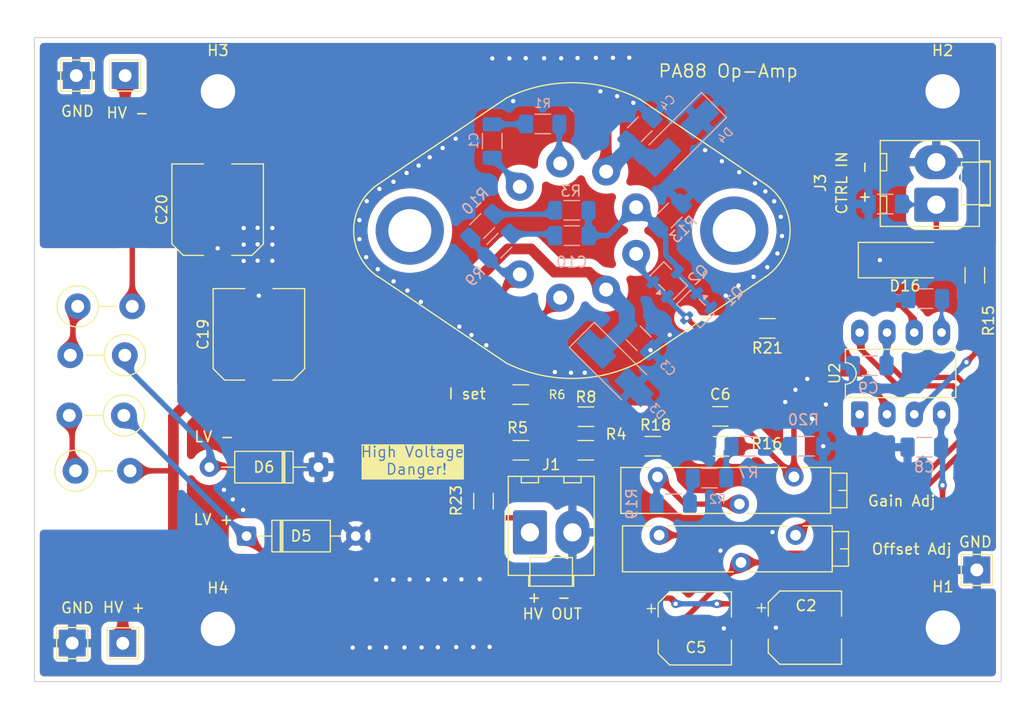
<source format=kicad_pcb>
(kicad_pcb (version 20241229) (generator "pcbnew") (generator_version "9.0")
  (layers (0 "F.Cu" signal) (2 "B.Cu" signal) (13 "F.Paste" user) (15 "B.Paste" user) (5 "F.SilkS" user "F.Silkscreen") (7 "B.SilkS" user "B.Silkscreen") (1 "F.Mask" user) (3 "B.Mask" user) (25 "Edge.Cuts" user))
  (net 0 "")
  (net 1 "Net-(C1-Pad1)")
  (net 2 "Net-(U1-CC)")
  (net 3 "GND")
  (net 4 "/CTRL")
  (net 5 "/HVOUT")
  (net 6 "Net-(R4-Pad1)")
  (net 7 "Net-(R2-Pad2)")
  (net 8 "Net-(U1-CL)")
  (net 9 "+VHV")
  (net 10 "-VHV")
  (net 11 "Net-(R11-Pad2)")
  (net 12 "+VLV")
  (net 13 "-VLV")
  (net 14 "Net-(U2--)")
  (net 15 "Net-(R12-Pad1)")
  (net 16 "Net-(U2-COMP)")
  (net 17 "Net-(D16-A2)")
  (net 18 "Net-(U1-RC)")
  (net 19 "Net-(R19-Pad2)")
  (net 20 "Net-(C6-Pad2)")
  (net 21 "Net-(C10-Pad2)")
  (net 22 "Net-(R18-Pad1)")
  (net 23 "Net-(R20-Pad1)")
  (net 24 "Net-(R16-Pad1)")
  (net 25 "Net-(R19-Pad1)")
  (net 26 "Net-(R10-Pad2)")
  (net 27 "Net-(U2-BAL)")
  (net 28 "Net-(U2-C{slash}B)")
  (net 29 "Net-(U2-+)")
  (net 30 "Net-(Q1-D)")
  (net 31 "Net-(Q1-G)")
  (net 32 "Net-(U1-OUT)")
  (footprint "Capacitor_SMD:CP_Elec_6.3x7.7" (layer "F.Cu") (at 180.01 116.97)
    (property "Reference" "C5")
    (property "Value" "100uf")
  )
  (footprint "TestPoint:TestPoint_THTPad_2.5x2.5mm_Drill1.2mm" (layer "F.Cu") (at 122.05 118.34 180)
    (property "Reference" "TP4" (hide yes))
    (property "Value" "GND")
  )
  (footprint "Package_DIP:DIP-8_W7.62mm_LongPads" (layer "F.Cu") (at 195.36 97.03 90)
    (property "Reference" "U2")
    (property "Value" "LT1012")
  )
  (footprint "Connector_Molex:Molex_KK-396_A-41791-0002_1x02_P3.96mm_Vertical" (layer "F.Cu") (at 164.66 108.025)
    (property "Reference" "J1")
    (property "Value" "Screw_Terminal_01x02")
  )
  (footprint "Resistor_SMD:R_1206_3216Metric_Pad1.30x1.75mm_HandSolder" (layer "F.Cu") (at 169.88 97.25)
    (property "Reference" "R8")
    (property "Value" "100R")
  )
  (footprint "Resistor_SMD:R_1206_3216Metric_Pad1.30x1.75mm_HandSolder" (layer "F.Cu") (at 163.82 100.38)
    (property "Reference" "R5")
    (property "Value" "50K")
  )
  (footprint "Resistor_SMD:R_1206_3216Metric_Pad1.30x1.75mm_HandSolder" (layer "F.Cu") (at 186.77 89.02 180)
    (property "Reference" "R21")
    (property "Value" "10k")
  )
  (footprint "Diode_SMD:D_SMA_Handsoldering" (layer "F.Cu") (at 199.74 82.66)
    (property "Reference" "D16")
    (property "Value" "SMA6J12CA")
  )
  (footprint "MountingHole:MountingHole_3.2mm_M3_ISO7380_Pad" (layer "F.Cu") (at 203.08 66.94)
    (property "Reference" "H2")
    (property "Value" "MountingHole_Pad")
  )
  (footprint "Resistor_SMD:R_1206_3216Metric_Pad1.30x1.75mm_HandSolder" (layer "F.Cu") (at 176.11 100)
    (property "Reference" "R18")
    (property "Value" "50K")
  )
  (footprint "Resistor_SMD:R_1206_3216Metric_Pad1.30x1.75mm_HandSolder" (layer "F.Cu") (at 182.46 100.01)
    (property "Reference" "R16")
    (property "Value" "50K")
  )
  (footprint "Resistor_THT:R_Axial_DIN0411_L9.9mm_D3.6mm_P5.08mm_Vertical" (layer "F.Cu") (at 126.95 91.52 180)
    (property "Reference" "R11" (hide yes))
    (property "Value" "220k")
  )
  (footprint "Resistor_SMD:R_1206_3216Metric_Pad1.30x1.75mm_HandSolder" (layer "F.Cu") (at 169.86 100.38)
    (property "Reference" "R4")
    (property "Value" "50K")
  )
  (footprint "Resistor_THT:R_Axial_DIN0411_L9.9mm_D3.6mm_P5.08mm_Vertical" (layer "F.Cu") (at 122.56 86.97)
    (property "Reference" "R22" (hide yes))
    (property "Value" "220k")
  )
  (footprint "Resistor_SMD:R_1206_3216Metric_Pad1.30x1.75mm_HandSolder" (layer "F.Cu") (at 163.81 95.19)
    (property "Reference" "R6")
    (property "Value" "11")
  )
  (footprint "TestPoint:TestPoint_THTPad_2.5x2.5mm_Drill1.2mm" (layer "F.Cu") (at 126.98 65.47 -90)
    (property "Reference" "TP2" (hide yes))
    (property "Value" "-VHV")
  )
  (footprint "Potentiometer_THT:Potentiometer_Bourns_3005_Horizontal" (layer "F.Cu") (at 176.54 102.85 180)
    (property "Reference" "RV1" (hide yes))
    (property "Value" "10")
  )
  (footprint "Resistor_THT:R_Axial_DIN0411_L9.9mm_D3.6mm_P5.08mm_Vertical" (layer "F.Cu") (at 122.36 102.29)
    (property "Reference" "R12" (hide yes))
    (property "Value" "220k")
  )
  (footprint "Diode_THT:D_A-405_P10.16mm_Horizontal" (layer "F.Cu") (at 138.28 108.37)
    (property "Reference" "D5")
    (property "Value" "D_Zener 18V")
  )
  (footprint "Resistor_SMD:R_1206_3216Metric_Pad1.30x1.75mm_HandSolder" (layer "F.Cu") (at 160.34 105.12 90)
    (property "Reference" "R23")
    (property "Value" "100")
  )
  (footprint "TestPoint:TestPoint_THTPad_2.5x2.5mm_Drill1.2mm" (layer "F.Cu") (at 122.43 65.47 -90)
    (property "Reference" "TP3" (hide yes))
    (property "Value" "GND")
  )
  (footprint "Resistor_SMD:R_1206_3216Metric_Pad1.30x1.75mm_HandSolder" (layer "F.Cu") (at 206.08 84.07 90)
    (property "Reference" "R15")
    (property "Value" "10k")
  )
  (footprint "TestPoint:TestPoint_THTPad_2.5x2.5mm_Drill1.2mm" (layer "F.Cu") (at 206.26 111.52)
    (property "Reference" "TP5" (hide yes))
    (property "Value" "GND")
  )
  (footprint "Connector_Molex:Molex_KK-396_A-41791-0002_1x02_P3.96mm_Vertical" (layer "F.Cu") (at 202.495 77.5 90)
    (property "Reference" "J3")
    (property "Value" "Screw_Terminal_01x02")
  )
  (footprint "MountingHole:MountingHole_3.2mm_M3_ISO7380_Pad" (layer "F.Cu") (at 135.62 117.01)
    (property "Reference" "H4")
    (property "Value" "MountingHole_Pad")
  )
  (footprint "TestPoint:TestPoint_THTPad_2.5x2.5mm_Drill1.2mm" (layer "F.Cu") (at 126.76 118.36 180)
    (property "Reference" "TP1" (hide yes))
    (property "Value" "+VHV")
  )
  (footprint "Resistor_THT:R_Axial_DIN0411_L9.9mm_D3.6mm_P5.08mm_Vertical" (layer "F.Cu") (at 126.86 97.13 180)
    (property "Reference" "R14" (hide yes))
    (property "Value" "220k")
  )
  (footprint "Capacitor_SMD:C_Elec_8x10.2" (layer "F.Cu") (at 135.59 77.96 90)
    (property "Reference" "C20")
    (property "Value" "1.8u")
  )
  (footprint "MountingHole:MountingHole_3.2mm_M3_ISO7380_Pad" (layer "F.Cu") (at 203.11 116.9)
    (property "Reference" "H1")
    (property "Value" "MountingHole_Pad")
  )
  (footprint "MountingHole:MountingHole_3.2mm_M3_ISO7380_Pad" (layer "F.Cu") (at 135.62 66.94)
    (property "Reference" "H3")
    (property "Value" "MountingHole_Pad")
  )
  (footprint "Potentiometer_THT:Potentiometer_Bourns_3005_Horizontal" (layer "F.Cu") (at 176.69 108.29 180)
    (property "Reference" "RV2" (hide yes))
    (property "Value" "100K")
  )
  (footprint "Capacitor_SMD:CP_Elec_6.3x7.7" (layer "F.Cu") (at 190.26 116.9)
    (property "Reference" "C2")
    (property "Value" "100uf")
  )
  (footprint "jmlib:TO-3-8" (layer "F.Cu") (at 168.58 79.91)
    (property "Reference" "U1" (hide yes))
    (property "Value" "PA88")
  )
  (footprint "Capacitor_SMD:C_1206_3216Metric_Pad1.33x1.80mm_HandSolder" (layer "F.Cu") (at 182.39 97.22 180)
    (property "Reference" "C6")
    (property "Value" "6.6pF")
  )
  (footprint "Capacitor_SMD:C_Elec_8x10.2" (layer "F.Cu") (at 139.43 89.58 90)
    (property "Reference" "C19")
    (property "Value" "1.8u")
  )
  (footprint "Diode_THT:D_A-405_P10.16mm_Horizontal" (layer "F.Cu") (at 144.98 101.95 180)
    (property "Reference" "D6")
    (property "Value" "D_Zener 18V")
  )
  (footprint "Package_TO_SOT_SMD:SOT-23-3" (layer "B.Cu") (at 177.582843 84.567158 45)
    (property "Reference" "Q2")
    (property "Value" "MMBF5457")
  )
  (footprint "Diode_SMD:D_SMA_Handsoldering" (layer "B.Cu") (at 178.680552 71.323067 -135)
    (property "Reference" "D4")
    (property "Value" "SMAJ200A")
  )
  (footprint "Capacitor_SMD:C_1206_3216Metric_Pad1.33x1.80mm_HandSolder" (layer "B.Cu") (at 201.38 100.09)
    (property "Reference" "C8")
    (property "Value" "0.1u")
  )
  (footprint "Resistor_SMD:R_1206_3216Metric_Pad1.30x1.75mm_HandSolder" (layer "B.Cu") (at 184.98 100.01)
    (property "Reference" "R7")
    (property "Value" "160")
  )
  (footprint "Resistor_SMD:R_1206_3216Metric_Pad1.30x1.75mm_HandSolder" (layer "B.Cu") (at 160.22 79.49 45)
    (property "Reference" "R10")
    (property "Value" "100k")
  )
  (footprint "Package_TO_SOT_SMD:SOT-23-3" (layer "B.Cu") (at 180.057157 87.232842 -135)
    (property "Reference" "Q1")
    (property "Value" "MMBF5457")
  )
  (footprint "Resistor_SMD:R_1206_3216Metric_Pad1.30x1.75mm_HandSolder" (layer "B.Cu") (at 181.38 102.97)
    (property "Reference" "R2")
    (property "Value" "5.1K")
  )
  (footprint "Resistor_SMD:R_1206_3216Metric_Pad1.30x1.75mm_HandSolder" (layer "B.Cu") (at 168.56 78.02)
    (property "Reference" "R3")
    (property "Value" "100k")
  )
  (footprint "Resistor_SMD:R_1206_3216Metric_Pad1.30x1.75mm_HandSolder" (layer "B.Cu") (at 177.68 78.51 45)
    (property "Reference" "R13")
    (property "Value" "11k")
  )
  (footprint "Resistor_SMD:R_1206_3216Metric_Pad1.30x1.75mm_HandSolder" (layer "B.Cu") (at 161.813984 81.326016 45)
    (property "Reference" "R9")
    (property "Value" "100R")
  )
  (footprint "Resistor_SMD:R_1206_3216Metric_Pad1.30x1.75mm_HandSolder" (layer "B.Cu") (at 165.852 69.978)
    (property "Reference" "R1")
    (property "Value" "100")
  )
  (footprint "Diode_SMD:D_SMA_Handsoldering" (layer "B.Cu") (at 172.600552 92.743067 -45)
    (property "Reference" "D3")
    (property "Value" "SMAJ200A")
  )
  (footprint "Capacitor_SMD:C_1206_3216Metric_Pad1.33x1.80mm_HandSolder" (layer "B.Cu") (at 174.785406 89.947921 -45)
    (property "Reference" "C3")
    (property "Value" "0.1u")
  )
  (footprint "Capacitor_SMD:C_1206_3216Metric_Pad1.33x1.80mm_HandSolder" (layer "B.Cu") (at 196.29 92.5)
    (property "Reference" "C9")
    (property "Value" "0.1u")
  )
  (footprint "Resistor_SMD:R_1206_3216Metric_Pad1.30x1.75mm_HandSolder" (layer "B.Cu") (at 178 105.36)
    (property "Reference" "R19")
    (property "Value" "5.1K")
  )
  (footprint "Resistor_SMD:R_1206_3216Metric_Pad1.30x1.75mm_HandSolder" (layer "B.Cu") (at 197.74 77.44)
    (property "Reference" "R17" (hide yes))
    (property "Value" "10M")
  )
  (footprint "Capacitor_SMD:C_1206_3216Metric_Pad1.33x1.80mm_HandSolder" (layer "B.Cu") (at 174.890552 70.473067 45)
    (property "Reference" "C4")
    (property "Value" "0.1u")
  )
  (footprint "Capacitor_SMD:C_1206_3216Metric_Pad1.33x1.80mm_HandSolder" (layer "B.Cu") (at 168.56 80.38 180)
    (property "Reference" "C10")
    (property "Value" "6.6pF")
  )
  (footprint "Capacitor_SMD:C_1206_3216Metric_Pad1.33x1.80mm_HandSolder" (layer "B.Cu") (at 201.46 86.25)
    (property "Reference" "C7" (hide yes))
    (property "Value" "160pf")
  )
  (footprint "Capacitor_SMD:C_1206_3216Metric_Pad1.33x1.80mm_HandSolder" (layer "B.Cu") (at 161.152 71.578 -90)
    (property "Reference" "C1")
    (property "Value" "15pF")
  )
  (footprint "Resistor_SMD:R_1206_3216Metric_Pad1.30x1.75mm_HandSolder" (layer "B.Cu") (at 190.41 100)
    (property "Reference" "R20")
    (property "Value" "160")
  )
  (gr_rect (start 118.54 61.93) (end 208.54 121.93) (stroke (width 0.1)) (fill no) (layer "Edge.Cuts"))
  (gr_text "Gain Adj" (at 199.28 105.1 0) (layer "F.SilkS") (effects (font (size 1 1))))
  (gr_text "GND\n" (at 122.54 115.06 0) (layer "F.SilkS") (effects (font (size 1 1))))
  (gr_text "I set" (at 158.81 95.12 0) (layer "F.SilkS") (effects (font (size 1 1))))
  (gr_text "HV -\n" (at 127.2 68.95 0) (layer "F.SilkS") (effects (font (size 1 1))))
  (gr_text "Offset Adj" (at 200.21 109.58 0) (layer "F.SilkS") (effects (font (size 1 1))))
  (gr_text "PA88 Op-Amp" (at 183.12 65.05 0) (layer "F.SilkS") (effects (font (size 1.2 1.2))))
  (gr_text "CTRL IN" (at 193.69 75.47 90) (layer "F.SilkS") (effects (font (size 1 1))))
  (gr_text "GND\n" (at 206.13 108.92 0) (layer "F.SilkS") (effects (font (size 1 1))))
  (gr_text "HV OUT" (at 166.74 115.62 0) (layer "F.SilkS") (effects (font (size 1 1))))
  (gr_text "LV +\n\n" (at 135.19 107.63 0) (layer "F.SilkS") (effects (font (size 1 1))))
  (gr_text "+  -" (at 166.44 114.08 0) (layer "F.SilkS") (effects (font (size 1 1))))
  (gr_text "GND\n" (at 122.54 68.8 0) (layer "F.SilkS") (effects (font (size 1 1))))
  (gr_text "High Voltage \nDanger!\n" (at 154.11 102.73 0) (layer "F.SilkS" knockout) (effects (font (size 1 1) (thickness 0.12)) (justify bottom)))
  (gr_text "HV +\n\n" (at 126.86 115.82 0) (layer "F.SilkS") (effects (font (size 1 1))))
  (gr_text "LV -\n\n" (at 135.26 99.92 0) (layer "F.SilkS") (effects (font (size 1 1))))
  (gr_text "+  -" (at 195.77 75.41 90) (layer "F.SilkS") (effects (font (size 1 1))))
  (segment (start 161.152 70.0155) (end 164.2645 70.0155) (width 0.5) (layer "B.Cu") (net 1))
  (segment (start 163.72 75.7085) (end 161.152 73.1405) (width 0.5) (layer "B.Cu") (net 2))
  (segment (start 183.71 116.97) (end 186.44 116.97) (width 0.5) (layer "F.Cu") (net 3))
  (via (at 171.22 66.94) (size 0.8) (drill 0.4) (layers "F.Cu" "B.Cu") (net 3))
  (via (at 175.89026 91.052775) (size 0.8) (drill 0.4) (layers "F.Cu" "B.Cu") (net 3))
  (via (at 188.01 78.63) (size 0.8) (drill 0.4) (layers "F.Cu" "B.Cu") (net 3))
  (via (at 156.54 72.22) (size 0.8) (drill 0.4) (layers "F.Cu" "B.Cu") (net 3))
  (via (at 149.42 82.39) (size 0.8) (drill 0.4) (layers "F.Cu" "B.Cu") (net 3))
  (via (at 160.6 90.59) (size 0.8) (drill 0.4) (layers "F.Cu" "B.Cu") (net 3))
  (via (at 140.68 81.21) (size 0.8) (drill 0.4) (layers "F.Cu" "B.Cu") (net 3))
  (via (at 184.14 74.47) (size 0.8) (drill 0.4) (layers "F.Cu" "B.Cu") (net 3))
  (via (at 189.38 94.74) (size 0.8) (drill 0.4) (layers "F.Cu" "B.Cu") (net 3))
  (via (at 151.96 75.36) (size 0.8) (drill 0.4) (layers "F.Cu" "B.Cu") (net 3))
  (via (at 197.24 82.66) (size 0.8) (drill 0.4) (layers "F.Cu" "B.Cu") (net 3))
  (via (at 139.31 82.71) (size 0.8) (drill 0.4) (layers "F.Cu" "B.Cu") (net 3))
  (via (at 136.18 104.06) (size 0.8) (drill 0.4) (layers "F.Cu" "B.Cu") (net 3))
  (via (at 150.35 112.43) (size 0.8) (drill 0.4) (layers "F.Cu" "B.Cu") (net 3))
  (via (at 140.68 82.73) (size 0.8) (drill 0.4) (layers "F.Cu" "B.Cu") (net 3))
  (via (at 182.53 73.45) (size 0.8) (drill 0.4) (layers "F.Cu" "B.Cu") (net 3))
  (via (at 182.4 109.73) (size 0.8) (drill 0.4) (layers "F.Cu" "B.Cu") (net 3))
  (via (at 177.67 89.63) (size 0.8) (drill 0.4) (layers "F.Cu" "B.Cu") (net 3))
  (via (at 190.93 97.44) (size 0.8) (drill 0.4) (layers "F.Cu" "B.Cu") (net 3))
  (via (at 172.78 67.39) (size 0.8) (drill 0.4) (layers "F.Cu" "B.Cu") (net 3))
  (via (at 159.99 112.38) (size 0.8) (drill 0.4) (layers "F.Cu" "B.Cu") (net 3))
  (via (at 169.77 93.15) (size 0.8) (drill 0.4) (layers "F.Cu" "B.Cu") (net 3))
  (via (at 187.56 116.9) (size 0.8) (drill 0.4) (layers "F.Cu" "B.Cu") (net 3))
  (via (at 138.01 82.74) (size 0.8) (drill 0.4) (layers "F.Cu" "B.Cu") (net 3))
  (via (at 159.22 89.64) (size 0.8) (drill 0.4) (layers "F.Cu" "B.Cu") (net 3))
  (via (at 137.96 105.93) (size 0.8) (drill 0.4) (layers "F.Cu" "B.Cu") (net 3))
  (via (at 150.65 76.03) (size 0.8) (drill 0.4) (layers "F.Cu" "B.Cu") (net 3))
  (via (at 158.28 112.4) (size 0.8) (drill 0.4) (layers "F.Cu" "B.Cu") (net 3))
  (via (at 157.8 118.71) (size 0.8) (drill 0.4) (layers "F.Cu" "B.Cu") (net 3))
  (via (at 186.76 83.32) (size 0.8) (drill 0.4) (layers "F.Cu" "B.Cu") (net 3))
  (via (at 156.76 112.42) (size 0.8) (drill 0.4) (layers "F.Cu" "B.Cu") (net 3))
  (via (at 188.12 80.42) (size 0.8) (drill 0.4) (layers "F.Cu" "B.Cu") (net 3))
  (via (at 187.24 108) (size 0.8) (drill 0.4) (layers "F.Cu" "B.Cu") (net 3))
  (via (at 182.89 85.97) (size 0.8) (drill 0.4) (layers "F.Cu" "B.Cu") (net 3))
  (via (at 165.98 63.86) (size 0.8) (drill 0.4) (layers "F.Cu" "B.Cu") (net 3))
  (via (at 160.91 118.69) (size 0.8) (drill 0.4) (layers "F.Cu" "B.Cu") (net 3))
  (via (at 152.98 118.75) (size 0.8) (drill 0.4) (layers "F.Cu" "B.Cu") (net 3))
  (via (at 151.97 84.64) (size 0.8) (drill 0.4) (layers "F.Cu" "B.Cu") (net 3))
  (via (at 157.75 71.35) (size 0.8) (drill 0.4) (layers "F.Cu" "B.Cu") (net 3))
  (via (at 139.31 81.19) (size 0.8) (drill 0.4) (layers "F.Cu" "B.Cu") (net 3))
  (via (at 186.58 76.26) (size 0.8) (drill 0.4) (layers "F.Cu" "B.Cu") (net 3))
  (via (at 161.16 63.87) (size 0.8) (drill 0.4) (layers "F.Cu" "B.Cu") (net 3))
  (via (at 185.48 84.22) (size 0.8) (drill 0.4) (layers "F.Cu" "B.Cu") (net 3))
  (via (at 135.59 81.56) (size 0.8) (drill 0.4) (layers "F.Cu" "B.Cu") (net 3))
  (via (at 167.57 63.86) (size 0.8) (drill 0.4) (layers "F.Cu" "B.Cu") (net 3))
  (via (at 139.43 85.98) (size 0.8) (drill 0.4) (layers "F.Cu" "B.Cu") (net 3))
  (via (at 149.75 118.76) (size 0.8) (drill 0.4) (layers "F.Cu" "B.Cu") (net 3))
  (via (at 187.7 82.04) (size 0.8) (drill 0.4) (layers "F.Cu" "B.Cu") (net 3))
  (via (at 140.68 79.67) (size 0.8) (drill 0.4) (layers "F.Cu" "B.Cu") (net 3))
  (via (at 154.51 86.55) (size 0.8) (drill 0.4) (layers "F.Cu" "B.Cu") (net 3))
  (via (at 164.27 63.85) (size 0.8) (drill 0.4) (layers "F.Cu" "B.Cu") (net 3))
  (via (at 154.3 73.85) (size 0.8) (drill 0.4) (layers "F.Cu" "B.Cu") (net 3))
  (via (at 173.91 63.8) (size 0.8) (drill 0.4) (layers "F.Cu" "B.Cu") (net 3))
  (via (at 187.4 77.18) (size 0.8) (drill 0.4) (layers "F.Cu" "B.Cu") (net 3))
  (via (at 185.61 75.5) (size 0.8) (drill 0.4) (layers "F.Cu" "B.Cu") (net 3))
  (via (at 148.79 80.71) (size 0.8) (drill 0.4) (layers "F.Cu" "B.Cu") (net 3))
  (via (at 174.29 68.01) (size 0.8) (drill 0.4) (layers "F.Cu" "B.Cu") (net 3))
  (via (at 153.18 74.54) (size 0.8) (drill 0.4) (layers "F.Cu" "B.Cu") (net 3))
  (via (at 163.1 67.85) (size 0.8) (drill 0.4) (layers "F.Cu" "B.Cu") (net 3))
  (via (at 169.09 63.84) (size 0.8) (drill 0.4) (layers "F.Cu" "B.Cu") (net 3))
  (via (at 155.33 73.08) (size 0.8) (drill 0.4) (layers "F.Cu" "B.Cu") (net 3))
  (via (at 139.31 79.65) (size 0.8) (drill 0.4) (layers "F.Cu" "B.Cu") (net 3))
  (via (at 148.16 118.76) (size 0.8) (drill 0.4) (layers "F.Cu" "B.Cu") (net 3))
  (via (at 190.48 93.73) (size 0.8) (drill 0.4) (layers "F.Cu" "B.Cu") (net 3))
  (via (at 168.48 93.15) (size 0.8) (drill 0.4) (layers "F.Cu" "B.Cu") (net 3))
  (via (at 180.97 72.42) (size 0.8) (drill 0.4) (layers "F.Cu" "B.Cu") (net 3))
  (via (at 170.8 63.82) (size 0.8) (drill 0.4) (layers "F.Cu" "B.Cu") (net 3))
  (via (at 158.09 88.86) (size 0.8) (drill 0.4) (layers "F.Cu" "B.Cu") (net 3))
  (via (at 184.09 85.03) (size 0.8) (drill 0.4) (layers "F.Cu" "B.Cu") (net 3))
  (via (at 151.27 118.74) (size 0.8) (drill 0.4) (layers "F.Cu" "B.Cu") (net 3))
  (via (at 154.57 118.75) (size 0.8) (drill 0.4) (layers "F.Cu" "B.Cu") (net 3))
  (via (at 159.39 118.71) (size 0.8) (drill 0.4) (layers "F.Cu" "B.Cu") (net 3))
  (via (at 166.98 93.09) (size 0.8) (drill 0.4) (layers "F.Cu" "B.Cu") (net 3))
  (via (at 192.21 96.11) (size 0.8) (drill 0.4) (layers "F.Cu" "B.Cu") (net 3))
  (via (at 191.96 100) (size 0.8) (drill 0.4) (layers "F.Cu" "B.Cu") (net 3))
  (via (at 150.5 83.51) (size 0.8) (drill 0.4) (layers "F.Cu" "B.Cu") (net 3))
  (via (at 148.79 78.94) (size 0.8) (drill 0.4) (layers "F.Cu" "B.Cu") (net 3))
  (via (at 153.46 112.41) (size 0.8) (drill 0.4) (layers "F.Cu" "B.Cu") (net 3))
  (via (at 137 104.96) (size 0.8) (drill 0.4) (layers "F.Cu" "B.Cu") (net 3))
  (via (at 151.94 112.43) (size 0.8) (drill 0.4) (layers "F.Cu" "B.Cu") (net 3))
  (via (at 155.17 112.42) (size 0.8) (drill 0.4) (layers "F.Cu" "B.Cu") (net 3))
  (via (at 138.01 81.22) (size 0.8) (drill 0.4) (layers "F.Cu" "B.Cu") (net 3))
  (via (at 156.09 118.73) (size 0.8) (drill 0.4) (layers "F.Cu" "B.Cu") (net 3))
  (via (at 188.43 95.88) (size 0.8) (drill 0.4) (layers "F.Cu" "B.Cu") (net 3))
  (via (at 162.75 63.87) (size 0.8) (drill 0.4) (layers "F.Cu" "B.Cu") (net 3))
  (via (at 172.39 63.82) (size 0.8) (drill 0.4) (layers "F.Cu" "B.Cu") (net 3))
  (via (at 182.71 116.97) (size 0.8) (drill 0.4) (layers "F.Cu" "B.Cu") (net 3))
  (via (at 138.01 79.68) (size 0.8) (drill 0.4) (layers "F.Cu" "B.Cu") (net 3))
  (via (at 153.26 85.5) (size 0.8) (drill 0.4) (layers "F.Cu" "B.Cu") (net 3))
  (via (at 149.47 77.17) (size 0.8) (drill 0.4) (layers "F.Cu" "B.Cu") (net 3))
  (segment (start 199.16 86.86) (end 192.15 86.86) (width 0.5) (layer "F.Cu") (net 4))
  (segment (start 200.44 88.14) (end 199.16 86.86) (width 0.5) (layer "F.Cu") (net 4))
  (segment (start 192.15 86.86) (end 189.99 89.02) (width 0.5) (layer "F.Cu") (net 4))
  (segment (start 200.44 89.41) (end 200.44 88.14) (width 0.5) (layer "F.Cu") (net 4))
  (segment (start 189.99 89.02) (end 188.32 89.02) (width 0.5) (layer "F.Cu") (net 4))
  (segment (start 163.305 106.67) (end 164.66 108.025) (width 0.5) (layer "F.Cu") (net 5))
  (segment (start 160.34 106.67) (end 163.305 106.67) (width 0.5) (layer "F.Cu") (net 5))
  (segment (start 165.37 100.38) (end 168.31 100.38) (width 0.5) (layer "F.Cu") (net 6))
  (segment (start 182.93 102.97) (end 182.93 100.51) (width 0.5) (layer "B.Cu") (net 7))
  (segment (start 182.93 100.51) (end 183.43 100.01) (width 0.5) (layer "B.Cu") (net 7))
  (segment (start 165.36 88.28) (end 165.36 95.19) (width 0.5) (layer "F.Cu") (net 8))
  (segment (start 167.48 86.16) (end 165.36 88.28) (width 0.5) (layer "F.Cu") (net 8))
  (segment (start 135.54 93.18) (end 139.43 93.18) (width 1) (layer "F.Cu") (net 9))
  (segment (start 164.76 81.62) (end 166.92 83.78) (width 1) (layer "F.Cu") (net 9))
  (segment (start 131.47 108.2) (end 126.76 112.91) (width 1) (layer "F.Cu") (net 9))
  (segment (start 131.47 97.25) (end 135.54 93.18) (width 1) (layer "F.Cu") (net 9))
  (segment (start 156.59 87.59) (end 156.64 87.59) (width 1) (layer "F.Cu") (net 9))
  (segment (start 126.76 112.91) (end 126.76 118.36) (width 1) (layer "F.Cu") (net 9))
  (segment (start 127.44 102.29) (end 131.36 102.29) (width 0.5) (layer "F.Cu") (net 9))
  (segment (start 151.05 93.18) (end 156.59 87.64) (width 1) (layer "F.Cu") (net 9))
  (segment (start 156.59 87.64) (end 156.59 87.59) (width 1) (layer "F.Cu") (net 9))
  (segment (start 156.64 87.59) (end 162.61 81.62) (width 1) (layer "F.Cu") (net 9))
  (segment (start 131.36 102.29) (end 131.47 102.18) (width 0.5) (layer "F.Cu") (net 9))
  (segment (start 170.13 83.78) (end 171.76 85.41) (width 1) (layer "F.Cu") (net 9))
  (segment (start 162.61 81.62) (end 164.76 81.62) (width 1) (layer "F.Cu") (net 9))
  (segment (start 166.92 83.78) (end 170.13 83.78) (width 1) (layer "F.Cu") (net 9))
  (segment (start 131.47 102.18) (end 131.47 97.25) (width 1) (layer "F.Cu") (net 9))
  (segment (start 131.47 102.18) (end 131.47 108.2) (width 1) (layer "F.Cu") (net 9))
  (segment (start 139.43 93.18) (end 151.05 93.18) (width 1) (layer "F.Cu") (net 9))
  (segment (start 171.548319 90.9753) (end 173.680552 88.843067) (width 1.5) (layer "B.Cu") (net 9))
  (segment (start 173.680552 87.330552) (end 171.76 85.41) (width 1.5) (layer "B.Cu") (net 9))
  (segment (start 173.680552 88.843067) (end 173.680552 87.330552) (width 1.5) (layer "B.Cu") (net 9))
  (segment (start 170.832785 90.9753) (end 171.548319 90.9753) (width 1.5) (layer "B.Cu") (net 9))
  (segment (start 146.73 74.37) (end 154.98 66.12) (width 1) (layer "F.Cu") (net 10))
  (segment (start 130.645 73.195) (end 131.81 74.36) (width 1) (layer "F.Cu") (net 10))
  (segment (start 126.98 69.53) (end 130.645 73.195) (width 1) (layer "F.Cu") (net 10))
  (segment (start 135.6 74.37) (end 146.73 74.37) (width 1) (layer "F.Cu") (net 10))
  (segment (start 171.76 70.17) (end 171.76 74.41) (width 1) (layer "F.Cu") (net 10))
  (segment (start 135.59 74.36) (end 135.6 74.37) (width 1) (layer "F.Cu") (net 10))
  (segment (start 154.98 66.12) (end 167.71 66.12) (width 1) (layer "F.Cu") (net 10))
  (segment (start 130.645 73.195) (end 127.64 76.2) (width 0.5) (layer "F.Cu") (net 10))
  (segment (start 167.71 66.12) (end 171.76 70.17) (width 1) (layer "F.Cu") (net 10))
  (segment (start 131.81 74.36) (end 135.59 74.36) (width 1) (layer "F.Cu") (net 10))
  (segment (start 126.98 65.47) (end 126.98 69.53) (width 1) (layer "F.Cu") (net 10))
  (segment (start 127.64 76.2) (end 127.64 86.97) (width 0.5) (layer "F.Cu") (net 10))
  (segment (start 176.912785 73.090834) (end 175.298611 73.090834) (width 1.5) (layer "B.Cu") (net 10))
  (segment (start 175.298611 73.090834) (end 173.785698 71.577921) (width 1.5) (layer "B.Cu") (net 10))
  (segment (start 173.785698 71.577921) (end 173.785698 72.384302) (width 1.5) (layer "B.Cu") (net 10))
  (segment (start 173.785698 72.384302) (end 171.76 74.41) (width 1.5) (layer "B.Cu") (net 10))
  (segment (start 122.12 91.27) (end 121.87 91.52) (width 0.5) (layer "F.Cu") (net 11))
  (segment (start 122.56 86.97) (end 122.12 87.41) (width 0.5) (layer "F.Cu") (net 11))
  (segment (start 122.12 87.41) (end 122.12 91.27) (width 0.5) (layer "F.Cu") (net 11))
  (segment (start 197.9 92.18) (end 197.9 89.41) (width 0.5) (layer "F.Cu") (net 12))
  (segment (start 184.31 110.83) (end 194.54 110.83) (width 0.5) (layer "F.Cu") (net 12))
  (segment (start 199.31 93.59) (end 197.9 92.18) (width 0.5) (layer "F.Cu") (net 12))
  (segment (start 184.31 110.83) (end 178.17 116.97) (width 0.5) (layer "F.Cu") (net 12))
  (segment (start 146.88 116.97) (end 138.28 108.37) (width 0.5) (layer "F.Cu") (net 12))
  (segment (start 177.31 116.97) (end 146.88 116.97) (width 0.5) (layer "F.Cu") (net 12))
  (segment (start 204.49 93.59) (end 199.31 93.59) (width 0.5) (layer "F.Cu") (net 12))
  (segment (start 206.07 99.3) (end 206.07 95.17) (width 0.5) (layer "F.Cu") (net 12))
  (segment (start 206.07 95.17) (end 204.49 93.59) (width 0.5) (layer "F.Cu") (net 12))
  (segment (start 194.54 110.83) (end 206.07 99.3) (width 0.5) (layer "F.Cu") (net 12))
  (segment (start 138.28 108.37) (end 138.1 108.37) (width 0.5) (layer "B.Cu") (net 12))
  (segment (start 197.8525 92.5) (end 197.8525 89.4575) (width 0.5) (layer "B.Cu") (net 12))
  (segment (start 138.1 108.37) (end 126.86 97.13) (width 0.5) (layer "B.Cu") (net 12))
  (segment (start 148.64 114.15) (end 136.44 101.95) (width 0.5) (layer "F.Cu") (net 13))
  (segment (start 203.07 106.79) (end 192.96 116.9) (width 0.5) (layer "F.Cu") (net 13))
  (segment (start 182.06 114.68) (end 190.74 114.68) (width 0.5) (layer "F.Cu") (net 13))
  (segment (start 177.69 114.15) (end 148.64 114.15) (width 0.5) (layer "F.Cu") (net 13))
  (segment (start 190.74 114.68) (end 192.96 116.9) (width 0.5) (layer "F.Cu") (net 13))
  (segment (start 136.44 101.95) (end 134.82 101.95) (width 0.5) (layer "F.Cu") (net 13))
  (segment (start 178.22 114.68) (end 177.69 114.15) (width 0.5) (layer "F.Cu") (net 13))
  (segment (start 203.07 103.64) (end 203.07 106.79) (width 0.5) (layer "F.Cu") (net 13))
  (via (at 182.06 114.68) (size 0.8) (drill 0.4) (layers "F.Cu" "B.Cu") (net 13))
  (via (at 178.22 114.68) (size 0.8) (drill 0.4) (layers "F.Cu" "B.Cu") (net 13))
  (via (at 203.07 103.64) (size 0.8) (drill 0.4) (layers "F.Cu" "B.Cu") (net 13))
  (segment (start 203.07 103.64) (end 203.07 100.2175) (width 0.5) (layer "B.Cu") (net 13))
  (segment (start 202.9425 100.09) (end 202.9425 97.0675) (width 0.5) (layer "B.Cu") (net 13))
  (segment (start 134.78 100.31) (end 134.78 101.91) (width 0.5) (layer "B.Cu") (net 13))
  (segment (start 126.95 92.48) (end 134.78 100.31) (width 0.5) (layer "B.Cu") (net 13))
  (segment (start 178.22 114.68) (end 182.06 114.68) (width 0.5) (layer "B.Cu") (net 13))
  (segment (start 126.95 91.52) (end 126.95 92.48) (width 0.5) (layer "B.Cu") (net 13))
  (segment (start 134.78 101.91) (end 134.82 101.95) (width 0.5) (layer "B.Cu") (net 13))
  (segment (start 196.36 94.52) (end 197.9 96.06) (width 0.5) (layer "F.Cu") (net 14))
  (segment (start 184.01 100.01) (end 186.4 100.01) (width 0.5) (layer "F.Cu") (net 14))
  (segment (start 183.9525 97.5625) (end 183.9525 97.22) (width 0.5) (layer "F.Cu") (net 14))
  (segment (start 189.24 102.85) (end 189.24 97.14) (width 0.5) (layer "F.Cu") (net 14))
  (segment (start 186.4 100.01) (end 183.9525 97.5625) (width 0.5) (layer "F.Cu") (net 14))
  (segment (start 197.9 96.06) (end 197.9 97.03) (width 0.5) (layer "F.Cu") (net 14))
  (segment (start 189.24 97.14) (end 191.86 94.52) (width 0.5) (layer "F.Cu") (net 14))
  (segment (start 189.24 102.85) (end 186.4 100.01) (width 0.5) (layer "F.Cu") (net 14))
  (segment (start 191.86 94.52) (end 196.36 94.52) (width 0.5) (layer "F.Cu") (net 14))
  (segment (start 121.78 97.13) (end 122.05 97.4) (width 0.5) (layer "F.Cu") (net 15))
  (segment (start 122.05 101.44) (end 121.78 101.71) (width 0.5) (layer "F.Cu") (net 15))
  (segment (start 122.05 97.4) (end 122.05 101.44) (width 0.5) (layer "F.Cu") (net 15))
  (segment (start 202.98 89.41) (end 202.98 86.2925) (width 0.25) (layer "B.Cu") (net 16))
  (segment (start 202.495 82.405) (end 202.24 82.66) (width 0.5) (layer "F.Cu") (net 17))
  (segment (start 202.495 77.5) (end 202.495 82.405) (width 0.5) (layer "F.Cu") (net 17))
  (segment (start 205.94 82.66) (end 206.08 82.52) (width 0.5) (layer "F.Cu") (net 17))
  (segment (start 202.24 82.66) (end 205.94 82.66) (width 0.5) (layer "F.Cu") (net 17))
  (segment (start 199.35 77.5) (end 199.29 77.44) (width 0.25) (layer "B.Cu") (net 17))
  (segment (start 202.495 77.5) (end 199.35 77.5) (width 0.25) (layer "B.Cu") (net 17))
  (segment (start 167.402 69.978) (end 167.402 73.582) (width 0.5) (layer "B.Cu") (net 18))
  (segment (start 179.55 105.36) (end 179.55 103.25) (width 0.5) (layer "B.Cu") (net 19))
  (segment (start 171.46 97.22) (end 171.43 97.25) (width 0.5) (layer "F.Cu") (net 20))
  (segment (start 180.8275 97.22) (end 171.46 97.22) (width 0.5) (layer "F.Cu") (net 20))
  (segment (start 166.8475 80.23) (end 166.9975 80.38) (width 0.5) (layer "B.Cu") (net 21))
  (segment (start 162.91 80.23) (end 166.8475 80.23) (width 0.5) (layer "B.Cu") (net 21))
  (segment (start 171.41 100.38) (end 174.18 100.38) (width 0.5) (layer "F.Cu") (net 22))
  (segment (start 188.86 100) (end 186.54 100) (width 0.5) (layer "B.Cu") (net 23))
  (segment (start 177.66 100) (end 180.9 100) (width 0.5) (layer "F.Cu") (net 24))
  (segment (start 184.16 105.39) (end 179.08 105.39) (width 0.5) (layer "F.Cu") (net 25))
  (segment (start 179.08 105.39) (end 176.54 102.85) (width 0.5) (layer "F.Cu") (net 25))
  (segment (start 176.45 105.36) (end 176.45 102.94) (width 0.5) (layer "B.Cu") (net 25))
  (segment (start 161.316016 78.393984) (end 166.636015 78.393984) (width 0.5) (layer "B.Cu") (net 26))
  (segment (start 195.36 102.32) (end 195.36 97.03) (width 0.5) (layer "F.Cu") (net 27))
  (segment (start 189.39 108.29) (end 195.36 102.32) (width 0.5) (layer "F.Cu") (net 27))
  (segment (start 204.05 94.38) (end 198.89 94.38) (width 0.5) (layer "F.Cu") (net 28))
  (segment (start 195.36 90.85) (end 195.36 89.41) (width 0.5) (layer "F.Cu") (net 28))
  (segment (start 205.13 99) (end 205.13 95.46) (width 0.5) (layer "F.Cu") (net 28))
  (segment (start 185.52 108.29) (end 187.2 109.97) (width 0.5) (layer "F.Cu") (net 28))
  (segment (start 198.89 94.38) (end 195.36 90.85) (width 0.5) (layer "F.Cu") (net 28))
  (segment (start 187.2 109.97) (end 194.16 109.97) (width 0.5) (layer "F.Cu") (net 28))
  (segment (start 194.16 109.97) (end 205.13 99) (width 0.5) (layer "F.Cu") (net 28))
  (segment (start 205.13 95.46) (end 204.05 94.38) (width 0.5) (layer "F.Cu") (net 28))
  (segment (start 176.69 108.29) (end 185.52 108.29) (width 0.5) (layer "F.Cu") (net 28))
  (segment (start 206.08 91.39) (end 205.295 92.175) (width 0.5) (layer "F.Cu") (net 29))
  (segment (start 206.08 85.62) (end 206.08 91.39) (width 0.5) (layer "F.Cu") (net 29))
  (via (at 205.295 92.175) (size 0.8) (drill 0.4) (layers "F.Cu" "B.Cu") (net 29))
  (segment (start 200.44 97.03) (end 205.295 92.175) (width 0.5) (layer "B.Cu") (net 29))
  (segment (start 176.583984 79.606016) (end 177.3 80.322032) (width 0.5) (layer "B.Cu") (net 30))
  (segment (start 174.717968 77.74) (end 176.583984 79.606016) (width 0.5) (layer "B.Cu") (net 30))
  (segment (start 178.387177 83.954194) (end 180.18974 85.756757) (width 0.5) (layer "B.Cu") (net 30))
  (segment (start 178.387177 83.762824) (end 178.387177 83.954194) (width 0.5) (layer "B.Cu") (net 30))
  (segment (start 177.3 80.322032) (end 177.3 82.18) (width 0.5) (layer "B.Cu") (net 30))
  (segment (start 170.110001 78.02) (end 170.110001 80.367501) (width 0.5) (layer "B.Cu") (net 30))
  (segment (start 174.55 77.74) (end 174.717968 77.74) (width 0.5) (layer "B.Cu") (net 30))
  (segment (start 170.110001 80.367501) (end 170.1225 80.38) (width 0.5) (layer "B.Cu") (net 30))
  (segment (start 177.3 82.18) (end 178.387177 83.267177) (width 0.5) (layer "B.Cu") (net 30))
  (segment (start 170.390001 77.74) (end 170.110001 78.02) (width 0.5) (layer "B.Cu") (net 30))
  (segment (start 178.387177 83.267177) (end 178.387177 83.762824) (width 0.5) (layer "B.Cu") (net 30))
  (segment (start 180.18974 85.756757) (end 181.533242 87.100259) (width 0.5) (layer "B.Cu") (net 30))
  (segment (start 171.91 80.38) (end 174.55 77.74) (width 0.5) (layer "B.Cu") (net 30))
  (segment (start 170.1225 80.38) (end 171.91 80.38) (width 0.5) (layer "B.Cu") (net 30))
  (segment (start 179.252823 88.037176) (end 179.277176 88.037176) (width 0.5) (layer "F.Cu") (net 31))
  (segment (start 179.277176 88.037176) (end 180.07 88.83) (width 0.5) (layer "F.Cu") (net 31))
  (segment (start 180.07 88.83) (end 185.03 88.83) (width 0.5) (layer "F.Cu") (net 31))
  (segment (start 185.03 88.83) (end 185.22 89.02) (width 0.5) (layer "F.Cu") (net 31))
  (via (at 179.252823 88.037176) (size 0.8) (drill 0.4) (layers "F.Cu" "B.Cu") (net 31))
  (segment (start 176.106758 84.699741) (end 177.45026 86.043243) (width 0.5) (layer "B.Cu") (net 31))
  (segment (start 174.55 82.08) (end 174.55 83.142983) (width 0.5) (layer "B.Cu") (net 31))
  (segment (start 174.55 83.142983) (end 176.106758 84.699741) (width 0.5) (layer "B.Cu") (net 31))
  (segment (start 177.45026 86.234613) (end 179.252823 88.037176) (width 0.5) (layer "B.Cu") (net 31))
  (segment (start 177.45026 86.043243) (end 177.45026 86.234613) (width 0.5) (layer "B.Cu") (net 31))
  (segment (start 165.4 97.25) (end 168.33 97.25) (width 0.5) (layer "F.Cu") (net 32))
  (segment (start 162.27 101.64) (end 160.34 103.57) (width 0.5) (layer "F.Cu") (net 32))
  (segment (start 162.26 95.19) (end 162.26 100.37) (width 0.5) (layer "F.Cu") (net 32))
  (segment (start 162.26 85.45) (end 163.72 83.99) (width 0.5) (layer "F.Cu") (net 32))
  (segment (start 162.27 100.38) (end 162.27 101.64) (width 0.5) (layer "F.Cu") (net 32))
  (segment (start 162.27 100.38) (end 165.4 97.25) (width 0.5) (layer "F.Cu") (net 32))
  (segment (start 162.26 95.19) (end 162.26 85.45) (width 0.5) (layer "F.Cu") (net 32))
  (segment (start 159.123984 80.828048) (end 160.717968 82.422032) (width 0.5) (layer "B.Cu") (net 32))
  (segment (start 163.72 83.99) (end 163.67 84.04) (width 0.5) (layer "B.Cu") (net 32))
  (segment (start 160.717968 82.422032) (end 162.285936 83.99) (width 0.5) (layer "B.Cu") (net 32))
  (segment (start 162.285936 83.99) (end 163.72 83.99) (width 0.5) (layer "B.Cu") (net 32))
  (segment (start 159.123984 80.586016) (end 159.123984 80.828048) (width 0.5) (layer "B.Cu") (net 32))
  (zone (net 0) (net_name "") (layers "F.Cu" "B.Cu") (connect_pads (clearance 0)) (min_thickness 0.762)
    (keepout (tracks allowed) (vias allowed) (pads allowed) (copperpour not_allowed) (footprints allowed))
    (fill (thermal_gap 0.5) (thermal_bridge_width 0.762))
    (polygon (pts (xy 116.4 81.535769) (xy 131.82 81.535769) (xy 131.82 107.767764) (xy 116.4 107.767764)))
  )
  (zone (net 3) (net_name "GND") (layers "F.Cu" "B.Cu") (connect_pads (clearance 0.762)) (min_thickness 0.762) (fill yes (thermal_gap 0.5) (thermal_bridge_width 0.762))
    (polygon (pts (xy 115.329676 58.43) (xy 210.659676 58.43) (xy 210.659676 124.52) (xy 115.329676 124.52)))
  )
)
</source>
